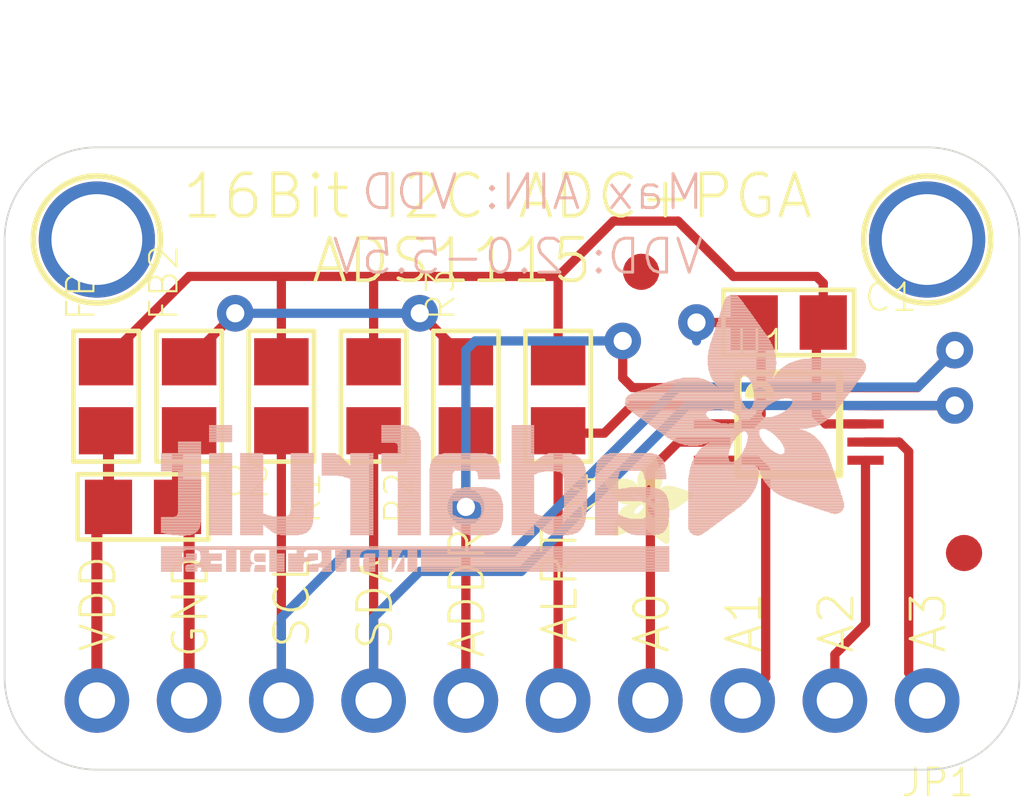
<source format=kicad_pcb>
(kicad_pcb (version 20240108) (generator "pcbnew") (generator_version "8.0")
  (layers (0 "F.Cu" signal) (31 "B.Cu" signal) (34 "B.Paste" user) (35 "F.Paste" user) (36 "B.SilkS" user "B.Silkscreen") (37 "F.SilkS" user "F.Silkscreen") (38 "B.Mask" user) (39 "F.Mask" user) (44 "Edge.Cuts" user))
  (net 0 "")
  (net 1 "GND")
  (net 2 "SCL")
  (net 3 "SDA")
  (net 4 "ADDR")
  (net 5 "VDD")
  (net 6 "ALERT")
  (net 7 "AIN0")
  (net 8 "AIN1")
  (net 9 "AIN2")
  (net 10 "AIN3")
  (net 11 "N$2")
  (net 12 "N$1")
  (footprint "Adafruit_ADS1115_16Bit_I2C_ADC:ADAFRUIT_2.5MM" (layer "F.Cu") (at 151.0411 107.3531)
    (property "Reference" "U$16" (hide yes))
    (property "Value" "" (hide yes))
  )
  (footprint "Adafruit_ADS1115_16Bit_I2C_ADC:0805" (layer "F.Cu") (at 144.6911 103.2891 -90)
    (property "Reference" "R2" (at 2.032 -0.254 90) (layer "F.SilkS") (effects (font (size 0.752978 0.752978) (thickness 0.059822)) (justify right top)))
    (property "Value" "10K")
    (pad "1" smd rect (at -0.95 0 270) (size 1.3 1.5) (layers "F.Cu" "F.Paste" "F.Mask") (net 5 "VDD"))
    (pad "2" smd rect (at 0.95 0 270) (size 1.3 1.5) (layers "F.Cu" "F.Paste" "F.Mask") (net 3 "SDA"))
  )
  (footprint "Adafruit_ADS1115_16Bit_I2C_ADC:FIDUCIAL_1MM" (layer "F.Cu") (at 152.0571 99.8601 180)
    (property "Reference" "FID2" (hide yes))
    (property "Value" "FIDUCIAL\"\"" (hide yes))
    (pad "1" smd roundrect (at 0 0 180) (size 1 1) (layers "F.Cu") (roundrect_rratio 0.5))
  )
  (footprint "Adafruit_ADS1115_16Bit_I2C_ADC:1X10_ROUND70" (layer "F.Cu") (at 148.5011 111.6711 180)
    (property "Reference" "JP1" (at -12.7762 -1.8288 0) (layer "F.SilkS") (effects (font (size 0.739648 0.739648) (thickness 0.073152)) (justify right top)))
    (property "Value" "")
    (pad "1" thru_hole circle (at -11.43 0 270) (size 1.778 1.778) (drill 1) (layers "*.Cu" "*.Mask") (net 10 "AIN3"))
    (pad "2" thru_hole circle (at -8.89 0 270) (size 1.778 1.778) (drill 1) (layers "*.Cu" "*.Mask") (net 9 "AIN2"))
    (pad "3" thru_hole circle (at -6.35 0 270) (size 1.778 1.778) (drill 1) (layers "*.Cu" "*.Mask") (net 8 "AIN1"))
    (pad "4" thru_hole circle (at -3.81 0 270) (size 1.778 1.778) (drill 1) (layers "*.Cu" "*.Mask") (net 7 "AIN0"))
    (pad "5" thru_hole circle (at -1.27 0 270) (size 1.778 1.778) (drill 1) (layers "*.Cu" "*.Mask") (net 6 "ALERT"))
    (pad "6" thru_hole circle (at 1.27 0 270) (size 1.778 1.778) (drill 1) (layers "*.Cu" "*.Mask") (net 4 "ADDR"))
    (pad "7" thru_hole circle (at 3.81 0 270) (size 1.778 1.778) (drill 1) (layers "*.Cu" "*.Mask") (net 3 "SDA"))
    (pad "8" thru_hole circle (at 6.35 0 270) (size 1.778 1.778) (drill 1) (layers "*.Cu" "*.Mask") (net 2 "SCL"))
    (pad "9" thru_hole circle (at 8.89 0 270) (size 1.778 1.778) (drill 1) (layers "*.Cu" "*.Mask") (net 11 "N$2"))
    (pad "10" thru_hole circle (at 11.43 0 270) (size 1.778 1.778) (drill 1) (layers "*.Cu" "*.Mask") (net 12 "N$1"))
  )
  (footprint "Adafruit_ADS1115_16Bit_I2C_ADC:MOUNTINGHOLE_2.5_PLATED" (layer "F.Cu") (at 137.0711 98.9711 180)
    (property "Reference" "U$14" (hide yes))
    (property "Value" "MOUNTINGHOLE2.5" (hide yes))
    (pad "P$1" thru_hole circle (at 0 0 180) (size 3.2 3.2) (drill 2.5) (layers "*.Cu" "*.Mask"))
  )
  (footprint "Adafruit_ADS1115_16Bit_I2C_ADC:0805" (layer "F.Cu") (at 137.3251 103.2891 90)
    (property "Reference" "FB1" (at 2.032 -0.254 90) (layer "F.SilkS") (effects (font (size 0.752978 0.752978) (thickness 0.059822)) (justify left bottom)))
    (property "Value" "MMZ2012Y152B")
    (pad "1" smd rect (at -0.95 0 90) (size 1.3 1.5) (layers "F.Cu" "F.Paste" "F.Mask") (net 12 "N$1"))
    (pad "2" smd rect (at 0.95 0 90) (size 1.3 1.5) (layers "F.Cu" "F.Paste" "F.Mask") (net 5 "VDD"))
  )
  (footprint "Adafruit_ADS1115_16Bit_I2C_ADC:0805" (layer "F.Cu") (at 142.1511 103.2891 -90)
    (property "Reference" "R1" (at 2.032 -0.254 90) (layer "F.SilkS") (effects (font (size 0.752978 0.752978) (thickness 0.059822)) (justify right top)))
    (property "Value" "10K")
    (pad "1" smd rect (at -0.95 0 270) (size 1.3 1.5) (layers "F.Cu" "F.Paste" "F.Mask") (net 5 "VDD"))
    (pad "2" smd rect (at 0.95 0 270) (size 1.3 1.5) (layers "F.Cu" "F.Paste" "F.Mask") (net 2 "SCL"))
  )
  (footprint "Adafruit_ADS1115_16Bit_I2C_ADC:0805" (layer "F.Cu") (at 156.1211 101.2571)
    (property "Reference" "C1" (at 2.032 -0.254 0) (layer "F.SilkS") (effects (font (size 0.752978 0.752978) (thickness 0.059822)) (justify left bottom)))
    (property "Value" "1µF")
    (pad "1" smd rect (at -0.95 0) (size 1.3 1.5) (layers "F.Cu" "F.Paste" "F.Mask") (net 1 "GND"))
    (pad "2" smd rect (at 0.95 0) (size 1.3 1.5) (layers "F.Cu" "F.Paste" "F.Mask") (net 5 "VDD"))
  )
  (footprint "Adafruit_ADS1115_16Bit_I2C_ADC:MSOP10" (layer "F.Cu") (at 156.1211 104.0511 -90)
    (property "Reference" "U1" (at -1.778 1.524 0) (layer "F.SilkS") (effects (font (size 0.739648 0.739648) (thickness 0.073152)) (justify left bottom)))
    (property "Value" "ADS1115IDGST")
    (pad "1" smd rect (at -1 2.1131 270) (size 0.25 1) (layers "F.Cu" "F.Paste" "F.Mask") (net 4 "ADDR"))
    (pad "2" smd rect (at -0.5 2.1131 270) (size 0.25 1) (layers "F.Cu" "F.Paste" "F.Mask") (net 6 "ALERT"))
    (pad "3" smd rect (at 0 2.1131 270) (size 0.25 1) (layers "F.Cu" "F.Paste" "F.Mask") (net 1 "GND"))
    (pad "4" smd rect (at 0.5 2.1131 270) (size 0.25 1) (layers "F.Cu" "F.Paste" "F.Mask") (net 7 "AIN0"))
    (pad "5" smd rect (at 1 2.1131 270) (size 0.25 1) (layers "F.Cu" "F.Paste" "F.Mask") (net 8 "AIN1"))
    (pad "6" smd rect (at 1 -2.1131 90) (size 0.25 1) (layers "F.Cu" "F.Paste" "F.Mask") (net 9 "AIN2"))
    (pad "7" smd rect (at 0.5 -2.1131 90) (size 0.25 1) (layers "F.Cu" "F.Paste" "F.Mask") (net 10 "AIN3"))
    (pad "8" smd rect (at 0 -2.1131 90) (size 0.25 1) (layers "F.Cu" "F.Paste" "F.Mask") (net 5 "VDD"))
    (pad "9" smd rect (at -0.5 -2.1131 90) (size 0.25 1) (layers "F.Cu" "F.Paste" "F.Mask") (net 3 "SDA"))
    (pad "10" smd rect (at -1 -2.1131 90) (size 0.25 1) (layers "F.Cu" "F.Paste" "F.Mask") (net 2 "SCL"))
  )
  (footprint "Adafruit_ADS1115_16Bit_I2C_ADC:0805" (layer "F.Cu") (at 149.7711 103.2891 -90)
    (property "Reference" "R4" (at 2.032 -0.254 90) (layer "F.SilkS") (effects (font (size 0.752978 0.752978) (thickness 0.059822)) (justify right top)))
    (property "Value" "10K")
    (pad "1" smd rect (at -0.95 0 270) (size 1.3 1.5) (layers "F.Cu" "F.Paste" "F.Mask") (net 5 "VDD"))
    (pad "2" smd rect (at 0.95 0 270) (size 1.3 1.5) (layers "F.Cu" "F.Paste" "F.Mask") (net 6 "ALERT"))
  )
  (footprint "Adafruit_ADS1115_16Bit_I2C_ADC:FIDUCIAL_1MM" (layer "F.Cu") (at 160.9471 107.6071 180)
    (property "Reference" "FID1" (hide yes))
    (property "Value" "FIDUCIAL\"\"" (hide yes))
    (pad "1" smd roundrect (at 0 0 180) (size 1 1) (layers "F.Cu") (roundrect_rratio 0.5))
  )
  (footprint "Adafruit_ADS1115_16Bit_I2C_ADC:MOUNTINGHOLE_2.5_PLATED" (layer "F.Cu") (at 159.9311 98.9711 180)
    (property "Reference" "U$13" (hide yes))
    (property "Value" "MOUNTINGHOLE2.5" (hide yes))
    (pad "P$1" thru_hole circle (at 0 0 180) (size 3.2 3.2) (drill 2.5) (layers "*.Cu" "*.Mask"))
  )
  (footprint "Adafruit_ADS1115_16Bit_I2C_ADC:0805" (layer "F.Cu") (at 139.6111 103.2891 90)
    (property "Reference" "FB2" (at 2.032 -0.254 90) (layer "F.SilkS") (effects (font (size 0.752978 0.752978) (thickness 0.059822)) (justify left bottom)))
    (property "Value" "MMZ2012Y152B")
    (pad "1" smd rect (at -0.95 0 90) (size 1.3 1.5) (layers "F.Cu" "F.Paste" "F.Mask") (net 11 "N$2"))
    (pad "2" smd rect (at 0.95 0 90) (size 1.3 1.5) (layers "F.Cu" "F.Paste" "F.Mask") (net 1 "GND"))
  )
  (footprint "Adafruit_ADS1115_16Bit_I2C_ADC:0805" (layer "F.Cu") (at 138.3411 106.3371)
    (property "Reference" "C2" (at 2.032 -0.254 0) (layer "F.SilkS") (effects (font (size 0.752978 0.752978) (thickness 0.059822)) (justify left bottom)))
    (property "Value" "1µF")
    (pad "1" smd rect (at -0.95 0) (size 1.3 1.5) (layers "F.Cu" "F.Paste" "F.Mask") (net 12 "N$1"))
    (pad "2" smd rect (at 0.95 0) (size 1.3 1.5) (layers "F.Cu" "F.Paste" "F.Mask") (net 11 "N$2"))
  )
  (footprint "Adafruit_ADS1115_16Bit_I2C_ADC:0805" (layer "F.Cu") (at 147.2311 103.2891 90)
    (property "Reference" "R3" (at 2.032 -0.254 90) (layer "F.SilkS") (effects (font (size 0.752978 0.752978) (thickness 0.059822)) (justify left bottom)))
    (property "Value" "10K")
    (pad "1" smd rect (at -0.95 0 90) (size 1.3 1.5) (layers "F.Cu" "F.Paste" "F.Mask") (net 4 "ADDR"))
    (pad "2" smd rect (at 0.95 0 90) (size 1.3 1.5) (layers "F.Cu" "F.Paste" "F.Mask") (net 1 "GND"))
  )
  (footprint "Adafruit_ADS1115_16Bit_I2C_ADC:ADAFRUIT_TEXT_20MM" (layer "B.Cu") (at 158.4071 108.1151 180)
    (property "Reference" "U$15" (hide yes))
    (property "Value" "" (hide yes))
  )
  (gr_arc (start 137.0711 113.5761) (mid 135.275049 112.832151) (end 134.5311 111.0361) (stroke (width 0.05)) (layer "Edge.Cuts"))
  (gr_line (start 162.4711 98.9711) (end 162.4711 111.0361) (stroke (width 0.05)) (layer "Edge.Cuts"))
  (gr_line (start 159.9311 113.5761) (end 137.0711 113.5761) (stroke (width 0.05)) (layer "Edge.Cuts"))
  (gr_arc (start 134.5311 98.9711) (mid 135.275049 97.175049) (end 137.0711 96.4311) (stroke (width 0.05)) (layer "Edge.Cuts"))
  (gr_arc (start 159.9311 96.4311) (mid 161.727151 97.175049) (end 162.4711 98.9711) (stroke (width 0.05)) (layer "Edge.Cuts"))
  (gr_line (start 137.0711 96.4311) (end 159.9311 96.4311) (stroke (width 0.05)) (layer "Edge.Cuts"))
  (gr_arc (start 162.4711 111.0361) (mid 161.727151 112.832151) (end 159.9311 113.5761) (stroke (width 0.05)) (layer "Edge.Cuts"))
  (gr_line (start 134.5311 111.0361) (end 134.5311 98.9711) (stroke (width 0.05)) (layer "Edge.Cuts"))
  (gr_text "VDD: 2.0-5.5V" (at 153.8351 99.9871 0) (layer "B.SilkS") (effects (font (size 0.93472 0.93472) (thickness 0.08128)) (justify left bottom mirror)))
  (gr_text "Max AIN: VDD" (at 153.8351 98.2091 0) (layer "B.SilkS") (effects (font (size 0.93472 0.93472) (thickness 0.08128)) (justify left bottom mirror)))
  (gr_text "SDA" (at 144.1831 107.6071 90) (layer "F.SilkS") (effects (font (size 0.93472 0.93472) (thickness 0.08128)) (justify right top)))
  (gr_text "GND" (at 139.1031 107.6071 90) (layer "F.SilkS") (effects (font (size 0.93472 0.93472) (thickness 0.08128)) (justify right top)))
  (gr_text "SCL" (at 141.8971 107.6071 90) (layer "F.SilkS") (effects (font (size 0.93472 0.93472) (thickness 0.08128)) (justify right top)))
  (gr_text "ADS1115" (at 142.9131 100.2411 0) (layer "F.SilkS") (effects (font (size 1.1684 1.1684) (thickness 0.1016)) (justify left bottom)))
  (gr_text "ADDR" (at 146.7231 106.8451 90) (layer "F.SilkS") (effects (font (size 0.93472 0.93472) (thickness 0.08128)) (justify right top)))
  (gr_text "ALRT" (at 149.2631 106.8451 90) (layer "F.SilkS") (effects (font (size 0.93472 0.93472) (thickness 0.08128)) (justify right top)))
  (gr_text "16Bit I2C ADC+PGA" (at 139.3571 98.4631 0) (layer "F.SilkS") (effects (font (size 1.1684 1.1684) (thickness 0.1016)) (justify left bottom)))
  (gr_text "A0" (at 151.8031 108.6231 90) (layer "F.SilkS") (effects (font (size 0.93472 0.93472) (thickness 0.08128)) (justify right top)))
  (gr_text "A2" (at 156.8831 108.6231 90) (layer "F.SilkS") (effects (font (size 0.93472 0.93472) (thickness 0.08128)) (justify right top)))
  (gr_text "A1" (at 154.3431 108.6231 90) (layer "F.SilkS") (effects (font (size 0.93472 0.93472) (thickness 0.08128)) (justify right top)))
  (gr_text "A3" (at 159.4231 108.6231 90) (layer "F.SilkS") (effects (font (size 0.93472 0.93472) (thickness 0.08128)) (justify right top)))
  (gr_text "VDD" (at 136.5631 107.6071 90) (layer "F.SilkS") (effects (font (size 0.93472 0.93472) (thickness 0.08128)) (justify right top)))
  (segment (start 155.3591 101.4451) (end 155.1711 101.2571) (width 0.254) (layer "F.Cu") (net 1))
  (segment (start 147.2311 102.2731) (end 145.9611 101.0031) (width 0.254) (layer "F.Cu") (net 1))
  (segment (start 139.6111 102.3391) (end 139.6111 102.2731) (width 0.254) (layer "F.Cu") (net 1))
  (segment (start 139.6111 102.2731) (end 140.8811 101.0031) (width 0.254) (layer "F.Cu") (net 1))
  (segment (start 155.1711 101.2571) (end 153.5811 101.2571) (width 0.254) (layer "F.Cu") (net 1))
  (segment (start 155.3591 103.7971) (end 155.3591 101.4451) (width 0.254) (layer "F.Cu") (net 1))
  (segment (start 147.2311 102.3391) (end 147.2311 102.2731) (width 0.254) (layer "F.Cu") (net 1))
  (segment (start 155.1051 104.0511) (end 155.3591 103.7971) (width 0.254) (layer "F.Cu") (net 1))
  (segment (start 154.008 104.0511) (end 155.1051 104.0511) (width 0.254) (layer "F.Cu") (net 1))
  (via (at 145.9611 101.0031) (size 1.008) (drill 0.5) (layers "F.Cu" "B.Cu") (net 1))
  (via (at 153.5811 101.2571) (size 1.008) (drill 0.5) (layers "F.Cu" "B.Cu") (net 1))
  (via (at 140.8811 101.0031) (size 1.008) (drill 0.5) (layers "F.Cu" "B.Cu") (net 1))
  (segment (start 153.5811 101.2571) (end 153.5811 101.7651) (width 0.254) (layer "B.Cu") (net 1))
  (segment (start 145.9611 101.0031) (end 140.8811 101.0031) (width 0.254) (layer "B.Cu") (net 1))
  (segment (start 142.1511 104.2391) (end 142.1511 111.6711) (width 0.254) (layer "F.Cu") (net 2))
  (segment (start 159.6611 103.0511) (end 160.6931 102.0191) (width 0.254) (layer "F.Cu") (net 2))
  (segment (start 158.2342 103.0511) (end 159.6611 103.0511) (width 0.254) (layer "F.Cu") (net 2))
  (via (at 160.6931 102.0191) (size 1.008) (drill 0.5) (layers "F.Cu" "B.Cu") (net 2))
  (segment (start 159.6771 103.0351) (end 153.0731 103.0351) (width 0.254) (layer "B.Cu") (net 2))
  (segment (start 153.0731 103.0351) (end 148.5011 107.6071) (width 0.254) (layer "B.Cu") (net 2))
  (segment (start 160.6931 102.0191) (end 159.6771 103.0351) (width 0.254) (layer "B.Cu") (net 2))
  (segment (start 142.1511 109.3851) (end 142.1511 111.6711) (width 0.254) (layer "B.Cu") (net 2))
  (segment (start 148.5011 107.6071) (end 143.9291 107.6071) (width 0.254) (layer "B.Cu") (net 2))
  (segment (start 143.9291 107.6071) (end 142.1511 109.3851) (width 0.254) (layer "B.Cu") (net 2))
  (segment (start 144.6911 104.2391) (end 144.6911 111.6711) (width 0.254) (layer "F.Cu") (net 3))
  (segment (start 158.2342 103.5511) (end 160.6851 103.5511) (width 0.254) (layer "F.Cu") (net 3))
  (segment (start 160.6851 103.5511) (end 160.6931 103.5431) (width 0.254) (layer "F.Cu") (net 3))
  (via (at 160.6931 103.5431) (size 1.008) (drill 0.5) (layers "F.Cu" "B.Cu") (net 3))
  (segment (start 153.3271 103.5431) (end 160.6931 103.5431) (width 0.254) (layer "B.Cu") (net 3))
  (segment (start 145.9611 108.1151) (end 148.7551 108.1151) (width 0.254) (layer "B.Cu") (net 3))
  (segment (start 144.6911 109.3851) (end 145.9611 108.1151) (width 0.254) (layer "B.Cu") (net 3))
  (segment (start 144.6911 111.6711) (end 144.6911 109.3851) (width 0.254) (layer "B.Cu") (net 3))
  (segment (start 148.7551 108.1151) (end 153.3271 103.5431) (width 0.254) (layer "B.Cu") (net 3))
  (segment (start 147.2311 111.6711) (end 147.2311 106.3371) (width 0.254) (layer "F.Cu") (net 4))
  (segment (start 154.008 103.0511) (end 151.8191 103.0511) (width 0.254) (layer "F.Cu") (net 4))
  (segment (start 147.2311 106.3371) (end 147.2311 104.2391) (width 0.254) (layer "F.Cu") (net 4))
  (segment (start 151.5491 102.7811) (end 151.5491 101.7651) (width 0.254) (layer "F.Cu") (net 4))
  (segment (start 151.5491 102.7811) (end 151.8191 103.0511) (width 0.254) (layer "F.Cu") (net 4))
  (via (at 151.5491 101.7651) (size 1.008) (drill 0.5) (layers "F.Cu" "B.Cu") (net 4))
  (via (at 147.2311 106.3371) (size 1.008) (drill 0.5) (layers "F.Cu" "B.Cu") (net 4))
  (segment (start 151.5491 101.7651) (end 147.4851 101.7651) (width 0.254) (layer "B.Cu") (net 4))
  (segment (start 147.4851 101.7651) (end 147.2311 102.0191) (width 0.254) (layer "B.Cu") (net 4))
  (segment (start 147.2311 102.0191) (end 147.2311 106.3371) (width 0.254) (layer "B.Cu") (net 4))
  (segment (start 151.2951 98.4631) (end 149.7711 99.9871) (width 0.254) (layer "F.Cu") (net 5))
  (segment (start 157.0711 100.1751) (end 156.8831 99.9871) (width 0.254) (layer "F.Cu") (net 5))
  (segment (start 157.1371 104.0511) (end 156.8831 103.7971) (width 0.254) (layer "F.Cu") (net 5))
  (segment (start 157.0711 100.1751) (end 157.0711 101.2571) (width 0.254) (layer "F.Cu") (net 5))
  (segment (start 144.6911 102.3391) (end 144.6911 99.9871) (width 0.254) (layer "F.Cu") (net 5))
  (segment (start 157.3251 101.5111) (end 157.0711 101.2571) (width 0.254) (layer "F.Cu") (net 5))
  (segment (start 158.2342 104.0511) (end 157.1371 104.0511) (width 0.254) (layer "F.Cu") (net 5))
  (segment (start 156.8831 101.4451) (end 157.0711 101.2571) (width 0.254) (layer "F.Cu") (net 5))
  (segment (start 156.8831 103.7971) (end 156.8831 101.4451) (width 0.254) (layer "F.Cu") (net 5))
  (segment (start 137.8331 101.7651) (end 137.8331 101.8311) (width 0.254) (layer "F.Cu") (net 5))
  (segment (start 153.0731 98.4631) (end 151.2951 98.4631) (width 0.254) (layer "F.Cu") (net 5))
  (segment (start 142.1511 102.3391) (end 142.1511 99.9871) (width 0.254) (layer "F.Cu") (net 5))
  (segment (start 144.6911 99.9871) (end 142.1511 99.9871) (width 0.254) (layer "F.Cu") (net 5))
  (segment (start 156.8831 99.9871) (end 154.5971 99.9871) (width 0.254) (layer "F.Cu") (net 5))
  (segment (start 139.6111 99.9871) (end 137.8331 101.7651) (width 0.254) (layer "F.Cu") (net 5))
  (segment (start 142.1511 99.9871) (end 139.6111 99.9871) (width 0.254) (layer "F.Cu") (net 5))
  (segment (start 137.8331 101.8311) (end 137.3251 102.3391) (width 0.254) (layer "F.Cu") (net 5))
  (segment (start 149.7711 102.3391) (end 149.7711 99.9871) (width 0.254) (layer "F.Cu") (net 5))
  (segment (start 149.7711 99.9871) (end 144.6911 99.9871) (width 0.254) (layer "F.Cu") (net 5))
  (segment (start 154.5971 99.9871) (end 153.0731 98.4631) (width 0.254) (layer "F.Cu") (net 5))
  (segment (start 151.7951 103.5511) (end 151.0411 104.3051) (width 0.254) (layer "F.Cu") (net 6))
  (segment (start 149.8371 104.3051) (end 149.7711 104.2391) (width 0.254) (layer "F.Cu") (net 6))
  (segment (start 154.008 103.5511) (end 151.7951 103.5511) (width 0.254) (layer "F.Cu") (net 6))
  (segment (start 151.0411 104.3051) (end 149.8371 104.3051) (width 0.254) (layer "F.Cu") (net 6))
  (segment (start 149.7711 111.6711) (end 149.7711 104.2391) (width 0.254) (layer "F.Cu") (net 6))
  (segment (start 154.008 104.5511) (end 153.0811 104.5511) (width 0.254) (layer "F.Cu") (net 7))
  (segment (start 153.0811 104.5511) (end 152.3111 105.3211) (width 0.254) (layer "F.Cu") (net 7))
  (segment (start 152.3111 111.6711) (end 152.3111 105.3211) (width 0.254) (layer "F.Cu") (net 7))
  (segment (start 155.4861 105.3211) (end 155.4861 111.0361) (width 0.254) (layer "F.Cu") (net 8))
  (segment (start 155.4861 111.0361) (end 154.8511 111.6711) (width 0.254) (layer "F.Cu") (net 8))
  (segment (start 154.008 105.0511) (end 155.2161 105.0511) (width 0.254) (layer "F.Cu") (net 8))
  (segment (start 155.2161 105.0511) (end 155.4861 105.3211) (width 0.254) (layer "F.Cu") (net 8))
  (segment (start 158.2342 109.558) (end 157.3911 110.4011) (width 0.254) (layer "F.Cu") (net 9))
  (segment (start 157.3911 110.4011) (end 157.3911 111.6711) (width 0.254) (layer "F.Cu") (net 9))
  (segment (start 158.2342 105.0511) (end 158.2342 109.558) (width 0.254) (layer "F.Cu") (net 9))
  (segment (start 159.4231 110.9091) (end 159.9311 111.6711) (width 0.254) (layer "F.Cu") (net 10))
  (segment (start 159.4231 104.8131) (end 159.4231 110.9091) (width 0.254) (layer "F.Cu") (net 10))
  (segment (start 159.1611 104.5511) (end 159.4231 104.8131) (width 0.254) (layer "F.Cu") (net 10))
  (segment (start 158.2342 104.5511) (end 159.1611 104.5511) (width 0.254) (layer "F.Cu") (net 10))
  (segment (start 139.6111 111.6711) (end 139.6111 106.6571) (width 0.3048) (layer "F.Cu") (net 11))
  (segment (start 139.2911 106.3371) (end 139.2911 104.5591) (width 0.3048) (layer "F.Cu") (net 11))
  (segment (start 139.2911 104.5591) (end 139.6111 104.2391) (width 0.3048) (layer "F.Cu") (net 11))
  (segment (start 139.6111 106.6571) (end 139.2911 106.3371) (width 0.3048) (layer "F.Cu") (net 11))
  (segment (start 137.0711 111.6711) (end 137.0711 106.6571) (width 0.3048) (layer "F.Cu") (net 12))
  (segment (start 137.3911 104.3051) (end 137.3251 104.2391) (width 0.3048) (layer "F.Cu") (net 12))
  (segment (start 137.0711 106.6571) (end 137.3911 106.3371) (width 0.3048) (layer "F.Cu") (net 12))
  (segment (start 137.3911 106.3371) (end 137.3911 104.3051) (width 0.3048) (layer "F.Cu") (net 12))
)
</source>
